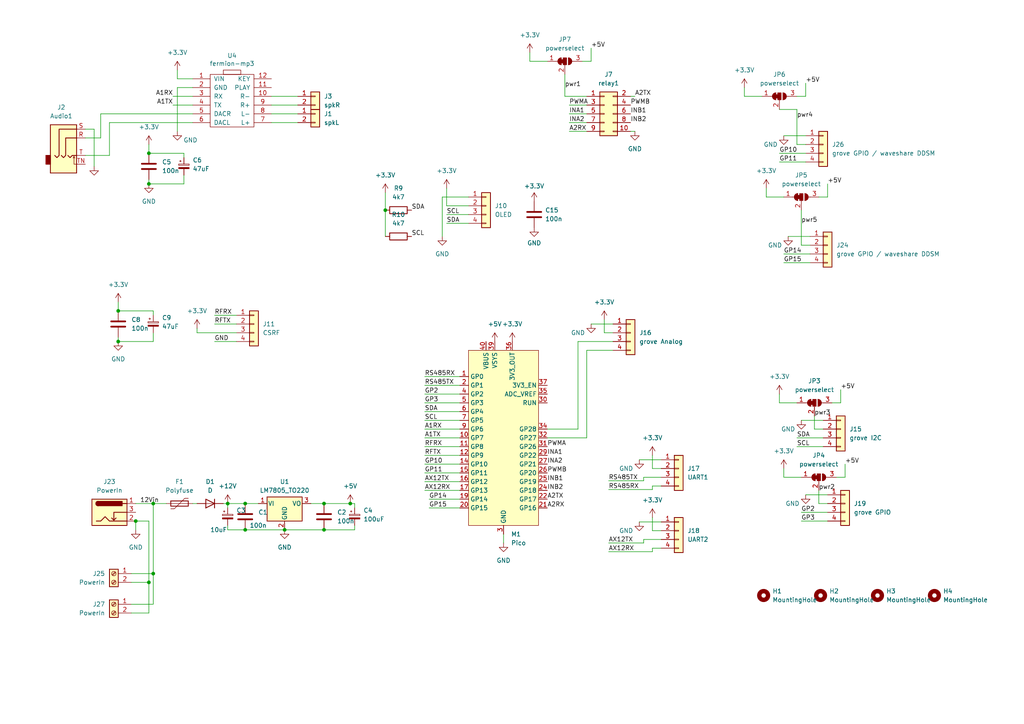
<source format=kicad_sch>
(kicad_sch (version 20250114) (generator "eeschema") (generator_version "9.0")
  (paper "A4")
  (lib_symbols
    (symbol "Connector:Barrel_Jack_Switch" (pin_names (hide yes))
      (property "Reference" "J" (at 0 5.334 0))
      (property "Value" "Barrel_Jack_Switch" (at 0 -5.08 0))
      (symbol "Barrel_Jack_Switch_0_1"
        (rectangle (start -5.08 3.81) (end 5.08 -3.81) (stroke (width 0.254)) (fill (type background)))
        (polyline (pts (xy -3.81 -2.54) (xy -2.54 -2.54) (xy -1.27 -1.27) (xy 0 -2.54) (xy 2.54 -2.54) (xy 5.08 -2.54)) (stroke (width 0.254)))
        (arc (start -3.302 1.905) (mid -3.9343 2.54) (end -3.302 3.175) (stroke (width 0.254)))
        (arc (start -3.302 1.905) (mid -3.9343 2.54) (end -3.302 3.175) (stroke (width 0.254)) (fill (type outline)))
        (polyline (pts (xy 1.27 -2.286) (xy 1.905 -1.651)) (stroke (width 0.254)))
        (rectangle (start 3.683 3.175) (end -3.302 1.905) (stroke (width 0.254)) (fill (type outline)))
        (polyline (pts (xy 5.08 2.54) (xy 3.81 2.54)) (stroke (width 0.254)))
        (polyline (pts (xy 5.08 0) (xy 1.27 0) (xy 1.27 -2.286) (xy 0.635 -1.651)) (stroke (width 0.254)))
      )
      (symbol "Barrel_Jack_Switch_1_1"
        (pin passive line (at 7.62 2.54 180) (length 2.54) (name "~") (number "1"))
        (pin passive line (at 7.62 0 180) (length 2.54) (name "~") (number "3"))
        (pin passive line (at 7.62 -2.54 180) (length 2.54) (name "~") (number "2"))
      )
    )
    (symbol "Connector:Screw_Terminal_01x02" (pin_names (offset 1.016) (hide yes))
      (property "Reference" "J" (at 0 2.54 0))
      (property "Value" "Screw_Terminal_01x02" (at 0 -5.08 0))
      (symbol "Screw_Terminal_01x02_1_1"
        (rectangle (start -1.27 1.27) (end 1.27 -3.81) (stroke (width 0.254)) (fill (type background)))
        (polyline (pts (xy -0.5334 0.3302) (xy 0.3302 -0.508)) (stroke (width 0.1524)))
        (polyline (pts (xy -0.5334 -2.2098) (xy 0.3302 -3.048)) (stroke (width 0.1524)))
        (polyline (pts (xy -0.3556 0.508) (xy 0.508 -0.3302)) (stroke (width 0.1524)))
        (polyline (pts (xy -0.3556 -2.032) (xy 0.508 -2.8702)) (stroke (width 0.1524)))
        (circle (center 0 0) (radius 0.635) (stroke (width 0.1524)))
        (circle (center 0 -2.54) (radius 0.635) (stroke (width 0.1524)))
        (pin passive line (at -5.08 0 0) (length 3.81) (name "Pin_1") (number "1"))
        (pin passive line (at -5.08 -2.54 0) (length 3.81) (name "Pin_2") (number "2"))
      )
    )
    (symbol "Connector_Audio:AudioJack3_SwitchT"
      (property "Reference" "J" (at 0 8.89 0))
      (property "Value" "AudioJack3_SwitchT" (at 0 6.35 0))
      (symbol "AudioJack3_SwitchT_0_1"
        (rectangle (start -5.08 -5.08) (end -6.35 -7.62) (stroke (width 0.254)) (fill (type outline)))
        (polyline (pts (xy -1.905 -5.08) (xy -1.27 -5.715) (xy -0.635 -5.08) (xy -0.635 0) (xy 2.54 0)) (stroke (width 0.254)))
        (polyline (pts (xy 0 -5.08) (xy 0.635 -5.715) (xy 1.27 -5.08) (xy 2.54 -5.08)) (stroke (width 0.254)))
        (polyline (pts (xy 1.778 -5.334) (xy 2.032 -5.842)))
        (rectangle (start 2.54 3.81) (end -5.08 -10.16) (stroke (width 0.254)) (fill (type background)))
        (polyline (pts (xy 2.54 2.54) (xy -2.54 2.54) (xy -2.54 -5.08) (xy -3.175 -5.715) (xy -3.81 -5.08)) (stroke (width 0.254)))
        (polyline (pts (xy 2.54 -7.62) (xy 1.778 -7.62) (xy 1.778 -5.334) (xy 1.524 -5.842)))
      )
      (symbol "AudioJack3_SwitchT_1_1"
        (pin passive line (at 5.08 2.54 180) (length 2.54) (name "~") (number "S"))
        (pin passive line (at 5.08 0 180) (length 2.54) (name "~") (number "R"))
        (pin passive line (at 5.08 -5.08 180) (length 2.54) (name "~") (number "T"))
        (pin passive line (at 5.08 -7.62 180) (length 2.54) (name "~") (number "TN"))
      )
    )
    (symbol "Connector_Generic:Conn_01x02" (pin_names (offset 1.016) (hide yes))
      (property "Reference" "J" (at 0 2.54 0))
      (property "Value" "Conn_01x02" (at 0 -5.08 0))
      (symbol "Conn_01x02_1_1"
        (rectangle (start -1.27 1.27) (end 1.27 -3.81) (stroke (width 0.254)) (fill (type background)))
        (rectangle (start -1.27 0.127) (end 0 -0.127) (stroke (width 0.1524)))
        (rectangle (start -1.27 -2.413) (end 0 -2.667) (stroke (width 0.1524)))
        (pin passive line (at -5.08 0 0) (length 3.81) (name "Pin_1") (number "1"))
        (pin passive line (at -5.08 -2.54 0) (length 3.81) (name "Pin_2") (number "2"))
      )
    )
    (symbol "Connector_Generic:Conn_01x04" (pin_names (offset 1.016) (hide yes))
      (property "Reference" "J" (at 0 5.08 0))
      (property "Value" "Conn_01x04" (at 0 -7.62 0))
      (symbol "Conn_01x04_1_1"
        (rectangle (start -1.27 3.81) (end 1.27 -6.35) (stroke (width 0.254)) (fill (type background)))
        (rectangle (start -1.27 2.667) (end 0 2.413) (stroke (width 0.1524)))
        (rectangle (start -1.27 0.127) (end 0 -0.127) (stroke (width 0.1524)))
        (rectangle (start -1.27 -2.413) (end 0 -2.667) (stroke (width 0.1524)))
        (rectangle (start -1.27 -4.953) (end 0 -5.207) (stroke (width 0.1524)))
        (pin passive line (at -5.08 2.54 0) (length 3.81) (name "Pin_1") (number "1"))
        (pin passive line (at -5.08 0 0) (length 3.81) (name "Pin_2") (number "2"))
        (pin passive line (at -5.08 -2.54 0) (length 3.81) (name "Pin_3") (number "3"))
        (pin passive line (at -5.08 -5.08 0) (length 3.81) (name "Pin_4") (number "4"))
      )
    )
    (symbol "Connector_Generic:Conn_02x05_Odd_Even" (pin_names (offset 1.016) (hide yes))
      (property "Reference" "J" (at 1.27 7.62 0))
      (property "Value" "Conn_02x05_Odd_Even" (at 1.27 -7.62 0))
      (symbol "Conn_02x05_Odd_Even_1_1"
        (rectangle (start -1.27 6.35) (end 3.81 -6.35) (stroke (width 0.254)) (fill (type background)))
        (rectangle (start -1.27 5.207) (end 0 4.953) (stroke (width 0.1524)))
        (rectangle (start -1.27 2.667) (end 0 2.413) (stroke (width 0.1524)))
        (rectangle (start -1.27 0.127) (end 0 -0.127) (stroke (width 0.1524)))
        (rectangle (start -1.27 -2.413) (end 0 -2.667) (stroke (width 0.1524)))
        (rectangle (start -1.27 -4.953) (end 0 -5.207) (stroke (width 0.1524)))
        (rectangle (start 3.81 5.207) (end 2.54 4.953) (stroke (width 0.1524)))
        (rectangle (start 3.81 2.667) (end 2.54 2.413) (stroke (width 0.1524)))
        (rectangle (start 3.81 0.127) (end 2.54 -0.127) (stroke (width 0.1524)))
        (rectangle (start 3.81 -2.413) (end 2.54 -2.667) (stroke (width 0.1524)))
        (rectangle (start 3.81 -4.953) (end 2.54 -5.207) (stroke (width 0.1524)))
        (pin passive line (at -5.08 5.08 0) (length 3.81) (name "Pin_1") (number "1"))
        (pin passive line (at -5.08 2.54 0) (length 3.81) (name "Pin_3") (number "3"))
        (pin passive line (at -5.08 0 0) (length 3.81) (name "Pin_5") (number "5"))
        (pin passive line (at -5.08 -2.54 0) (length 3.81) (name "Pin_7") (number "7"))
        (pin passive line (at -5.08 -5.08 0) (length 3.81) (name "Pin_9") (number "9"))
        (pin passive line (at 7.62 5.08 180) (length 3.81) (name "Pin_2") (number "2"))
        (pin passive line (at 7.62 2.54 180) (length 3.81) (name "Pin_4") (number "4"))
        (pin passive line (at 7.62 0 180) (length 3.81) (name "Pin_6") (number "6"))
        (pin passive line (at 7.62 -2.54 180) (length 3.81) (name "Pin_8") (number "8"))
        (pin passive line (at 7.62 -5.08 180) (length 3.81) (name "Pin_10") (number "10"))
      )
    )
    (symbol "Device:C" (pin_numbers (hide yes)) (pin_names (offset 0.254))
      (property "Reference" "C" (at 0.635 2.54 0))
      (property "Value" "C" (at 0.635 -2.54 0))
      (symbol "C_0_1"
        (polyline (pts (xy -2.032 0.762) (xy 2.032 0.762)) (stroke (width 0.508)))
        (polyline (pts (xy -2.032 -0.762) (xy 2.032 -0.762)) (stroke (width 0.508)))
      )
      (symbol "C_1_1"
        (pin passive line (at 0 3.81 270) (length 2.794) (name "~") (number "1"))
        (pin passive line (at 0 -3.81 90) (length 2.794) (name "~") (number "2"))
      )
    )
    (symbol "Device:C_Polarized_Small" (pin_numbers (hide yes)) (pin_names (offset 0.254) (hide yes))
      (property "Reference" "C" (at 0.254 1.778 0))
      (property "Value" "C_Polarized_Small" (at 0.254 -2.032 0))
      (symbol "C_Polarized_Small_0_1"
        (rectangle (start -1.524 0.6858) (end 1.524 0.3048))
        (rectangle (start -1.524 -0.3048) (end 1.524 -0.6858) (fill (type outline)))
        (polyline (pts (xy -1.27 1.524) (xy -0.762 1.524)))
        (polyline (pts (xy -1.016 1.27) (xy -1.016 1.778)))
      )
      (symbol "C_Polarized_Small_1_1"
        (pin passive line (at 0 2.54 270) (length 1.8542) (name "~") (number "1"))
        (pin passive line (at 0 -2.54 90) (length 1.8542) (name "~") (number "2"))
      )
    )
    (symbol "Device:D" (pin_numbers (hide yes)) (pin_names (offset 1.016) (hide yes))
      (property "Reference" "D" (at 0 2.54 0))
      (property "Value" "D" (at 0 -2.54 0))
      (symbol "D_0_1"
        (polyline (pts (xy -1.27 1.27) (xy -1.27 -1.27)) (stroke (width 0.254)))
        (polyline (pts (xy 1.27 1.27) (xy 1.27 -1.27) (xy -1.27 0) (xy 1.27 1.27)) (stroke (width 0.254)))
        (polyline (pts (xy 1.27 0) (xy -1.27 0)))
      )
      (symbol "D_1_1"
        (pin passive line (at -3.81 0 0) (length 2.54) (name "K") (number "1"))
        (pin passive line (at 3.81 0 180) (length 2.54) (name "A") (number "2"))
      )
    )
    (symbol "Device:Polyfuse" (pin_numbers (hide yes)) (pin_names (offset 0))
      (property "Reference" "F" (at -2.54 0 90))
      (property "Value" "Polyfuse" (at 2.54 0 90))
      (symbol "Polyfuse_0_1"
        (polyline (pts (xy -1.524 2.54) (xy -1.524 1.524) (xy 1.524 -1.524) (xy 1.524 -2.54)))
        (rectangle (start -0.762 2.54) (end 0.762 -2.54) (stroke (width 0.254)))
        (polyline (pts (xy 0 2.54) (xy 0 -2.54)))
      )
      (symbol "Polyfuse_1_1"
        (pin passive line (at 0 3.81 270) (length 1.27) (name "~") (number "1"))
        (pin passive line (at 0 -3.81 90) (length 1.27) (name "~") (number "2"))
      )
    )
    (symbol "Device:R" (pin_numbers (hide yes)) (pin_names (offset 0))
      (property "Reference" "R" (at 2.032 0 90))
      (property "Value" "R" (at 0 0 90))
      (symbol "R_0_1"
        (rectangle (start -1.016 -2.54) (end 1.016 2.54) (stroke (width 0.254)))
      )
      (symbol "R_1_1"
        (pin passive line (at 0 3.81 270) (length 1.27) (name "~") (number "1"))
        (pin passive line (at 0 -3.81 90) (length 1.27) (name "~") (number "2"))
      )
    )
    (symbol "Jumper:SolderJumper_3_Bridged12" (pin_names (offset 0) (hide yes)) (in_bom no)
      (property "Reference" "JP" (at -2.54 -2.54 0))
      (property "Value" "SolderJumper_3_Bridged12" (at 0 2.794 0))
      (symbol "SolderJumper_3_Bridged12_0_1"
        (polyline (pts (xy -2.54 0) (xy -2.032 0)))
        (polyline (pts (xy -1.016 1.016) (xy -1.016 -1.016)))
        (rectangle (start -1.016 0.508) (end -0.508 -0.508) (fill (type outline)))
        (arc (start -1.016 -1.016) (mid -2.0276 0) (end -1.016 1.016))
        (arc (start -1.016 -1.016) (mid -2.0276 0) (end -1.016 1.016) (fill (type outline)))
        (rectangle (start -0.508 1.016) (end 0.508 -1.016) (fill (type outline)))
        (polyline (pts (xy 0 -1.27) (xy 0 -1.016)))
        (arc (start 1.016 1.016) (mid 2.0276 0) (end 1.016 -1.016))
        (arc (start 1.016 1.016) (mid 2.0276 0) (end 1.016 -1.016) (fill (type outline)))
        (polyline (pts (xy 1.016 1.016) (xy 1.016 -1.016)))
        (polyline (pts (xy 2.54 0) (xy 2.032 0)))
      )
      (symbol "SolderJumper_3_Bridged12_1_1"
        (pin passive line (at -5.08 0 0) (length 2.54) (name "A") (number "1"))
        (pin passive line (at 0 -3.81 90) (length 2.54) (name "C") (number "2"))
        (pin passive line (at 5.08 0 180) (length 2.54) (name "B") (number "3"))
      )
    )
    (symbol "Mechanical:MountingHole" (pin_names (offset 1.016))
      (property "Reference" "H" (at 0 5.08 0))
      (property "Value" "MountingHole" (at 0 3.175 0))
      (symbol "MountingHole_0_1"
        (circle (center 0 0) (radius 1.27) (stroke (width 1.27)))
      )
    )
    (symbol "Regulator_Linear:LM7805_TO220" (pin_names (offset 0.254))
      (property "Reference" "U" (at -3.81 3.175 0))
      (property "Value" "LM7805_TO220" (at 0 3.175 0))
      (symbol "LM7805_TO220_0_1"
        (rectangle (start -5.08 1.905) (end 5.08 -5.08) (stroke (width 0.254)) (fill (type background)))
      )
      (symbol "LM7805_TO220_1_1"
        (pin power_in line (at -7.62 0 0) (length 2.54) (name "VI") (number "1"))
        (pin power_in line (at 0 -7.62 90) (length 2.54) (name "GND") (number "2"))
        (pin power_out line (at 7.62 0 180) (length 2.54) (name "VO") (number "3"))
      )
    )
    (symbol "board-rescue:fermion-mp3-arduino" (pin_names (offset 1.016))
      (property "Reference" "U" (at 0 0 0))
      (property "Value" "arduino_fermion-mp3" (at 0 0 0))
      (symbol "fermion-mp3-arduino_0_1"
        (rectangle (start 0 -2.54) (end 12.7 -17.78))
        (rectangle (start 3.81 -1.27) (end 8.89 -2.54))
      )
      (symbol "fermion-mp3-arduino_1_1"
        (pin input line (at -5.08 -3.81 0) (length 5.08) (name "VIN") (number "1"))
        (pin input line (at -5.08 -6.35 0) (length 5.08) (name "GND") (number "2"))
        (pin input line (at -5.08 -8.89 0) (length 5.08) (name "RX") (number "3"))
        (pin input line (at -5.08 -11.43 0) (length 5.08) (name "TX") (number "4"))
        (pin input line (at -5.08 -13.97 0) (length 5.08) (name "DACR") (number "5"))
        (pin input line (at -5.08 -16.51 0) (length 5.08) (name "DACL") (number "6"))
        (pin input line (at 17.78 -3.81 180) (length 5.08) (name "KEY") (number "12"))
        (pin input line (at 17.78 -6.35 180) (length 5.08) (name "PLAY") (number "11"))
        (pin input line (at 17.78 -8.89 180) (length 5.08) (name "R-") (number "10"))
        (pin input line (at 17.78 -11.43 180) (length 5.08) (name "R+") (number "9"))
        (pin input line (at 17.78 -13.97 180) (length 5.08) (name "L-") (number "8"))
        (pin input line (at 17.78 -16.51 180) (length 5.08) (name "L+") (number "7"))
      )
    )
    (symbol "fab:Module_RaspberryPi_PicoW_Combined"
      (property "Reference" "M" (at 0 0 0))
      (property "Value" "Module_RaspberryPi_PicoW_Combined" (at 0 0 0))
      (symbol "Module_RaspberryPi_PicoW_Combined_1_1"
        (rectangle (start -10.16 25.4) (end 10.16 -25.4) (fill (type background)))
        (pin bidirectional line (at -12.7 17.78 0) (length 2.54) (name "GP0") (number "1"))
        (pin bidirectional line (at -12.7 15.24 0) (length 2.54) (name "GP1") (number "2"))
        (pin bidirectional line (at -12.7 12.7 0) (length 2.54) (name "GP2") (number "4"))
        (pin bidirectional line (at -12.7 10.16 0) (length 2.54) (name "GP3") (number "5"))
        (pin bidirectional line (at -12.7 7.62 0) (length 2.54) (name "GP4") (number "6"))
        (pin bidirectional line (at -12.7 5.08 0) (length 2.54) (name "GP5") (number "7"))
        (pin bidirectional line (at -12.7 2.54 0) (length 2.54) (name "GP6") (number "9"))
        (pin bidirectional line (at -12.7 0 0) (length 2.54) (name "GP7") (number "10"))
        (pin bidirectional line (at -12.7 -2.54 0) (length 2.54) (name "GP8") (number "11"))
        (pin bidirectional line (at -12.7 -5.08 0) (length 2.54) (name "GP9") (number "12"))
        (pin bidirectional line (at -12.7 -7.62 0) (length 2.54) (name "GP10") (number "14"))
        (pin bidirectional line (at -12.7 -10.16 0) (length 2.54) (name "GP11") (number "15"))
        (pin bidirectional line (at -12.7 -12.7 0) (length 2.54) (name "GP12") (number "16"))
        (pin bidirectional line (at -12.7 -15.24 0) (length 2.54) (name "GP13") (number "17"))
        (pin bidirectional line (at -12.7 -17.78 0) (length 2.54) (name "GP14") (number "19"))
        (pin bidirectional line (at -12.7 -20.32 0) (length 2.54) (name "GP15") (number "20"))
        (pin power_in line (at -5.08 27.94 270) (length 2.54) (name "VBUS") (number "40"))
        (pin power_in line (at -2.54 27.94 270) (length 2.54) (name "VSYS") (number "39"))
        (pin passive line (at 0 -27.94 90) (length 2.54) (hide yes) (name "GND") (number "13"))
        (pin passive line (at 0 -27.94 90) (length 2.54) (hide yes) (name "GND") (number "18"))
        (pin passive line (at 0 -27.94 90) (length 2.54) (hide yes) (name "GND") (number "23"))
        (pin passive line (at 0 -27.94 90) (length 2.54) (hide yes) (name "GND") (number "28"))
        (pin power_in line (at 0 -27.94 90) (length 2.54) (name "GND") (number "3"))
        (pin passive line (at 0 -27.94 90) (length 2.54) (hide yes) (name "GND") (number "33"))
        (pin passive line (at 0 -27.94 90) (length 2.54) (hide yes) (name "GND") (number "38"))
        (pin passive line (at 0 -27.94 90) (length 2.54) (hide yes) (name "GND") (number "8"))
        (pin power_in line (at 2.54 27.94 270) (length 2.54) (name "3V3_OUT") (number "36"))
        (pin input line (at 12.7 15.24 180) (length 2.54) (name "3V3_EN") (number "37"))
        (pin input line (at 12.7 12.7 180) (length 2.54) (name "ADC_VREF") (number "35"))
        (pin input line (at 12.7 10.16 180) (length 2.54) (name "RUN") (number "30"))
        (pin bidirectional line (at 12.7 2.54 180) (length 2.54) (name "GP28") (number "34"))
        (pin bidirectional line (at 12.7 0 180) (length 2.54) (name "GP27") (number "32"))
        (pin bidirectional line (at 12.7 -2.54 180) (length 2.54) (name "GP26") (number "31"))
        (pin bidirectional line (at 12.7 -5.08 180) (length 2.54) (name "GP22") (number "29"))
        (pin bidirectional line (at 12.7 -7.62 180) (length 2.54) (name "GP21") (number "27"))
        (pin bidirectional line (at 12.7 -10.16 180) (length 2.54) (name "GP20") (number "26"))
        (pin bidirectional line (at 12.7 -12.7 180) (length 2.54) (name "GP19") (number "25"))
        (pin bidirectional line (at 12.7 -15.24 180) (length 2.54) (name "GP18") (number "24"))
        (pin bidirectional line (at 12.7 -17.78 180) (length 2.54) (name "GP17") (number "22"))
        (pin bidirectional line (at 12.7 -20.32 180) (length 2.54) (name "GP16") (number "21"))
      )
    )
    (symbol "power:+12V" (power) (pin_names (offset 0))
      (property "Value" "+12V" (at 0 3.556 0))
      (symbol "+12V_0_1"
        (polyline (pts (xy -0.762 1.27) (xy 0 2.54)))
        (polyline (pts (xy 0 2.54) (xy 0.762 1.27)))
        (polyline (pts (xy 0 0) (xy 0 2.54)))
      )
      (symbol "+12V_1_1"
        (pin power_in line (at 0 0 90) (length 0) (hide yes) (name "+12V") (number "1"))
      )
    )
    (symbol "power:+3.3V" (power) (pin_names (offset 0))
      (property "Value" "+3.3V" (at 0 3.556 0))
      (symbol "+3.3V_0_1"
        (polyline (pts (xy -0.762 1.27) (xy 0 2.54)))
        (polyline (pts (xy 0 2.54) (xy 0.762 1.27)))
        (polyline (pts (xy 0 0) (xy 0 2.54)))
      )
      (symbol "+3.3V_1_1"
        (pin power_in line (at 0 0 90) (length 0) (hide yes) (name "+3.3V") (number "1"))
      )
    )
    (symbol "power:+5V" (power) (pin_names (offset 0))
      (property "Value" "+5V" (at 0 3.556 0))
      (symbol "+5V_0_1"
        (polyline (pts (xy -0.762 1.27) (xy 0 2.54)))
        (polyline (pts (xy 0 2.54) (xy 0.762 1.27)))
        (polyline (pts (xy 0 0) (xy 0 2.54)))
      )
      (symbol "+5V_1_1"
        (pin power_in line (at 0 0 90) (length 0) (hide yes) (name "+5V") (number "1"))
      )
    )
    (symbol "power:GND" (power) (pin_names (offset 0))
      (property "Value" "GND" (at 0 -3.81 0))
      (symbol "GND_0_1"
        (polyline (pts (xy 0 0) (xy 0 -1.27) (xy 1.27 -1.27) (xy 0 -2.54) (xy -1.27 -1.27) (xy 0 -1.27)))
      )
      (symbol "GND_1_1"
        (pin power_in line (at 0 0 270) (length 0) (hide yes) (name "GND") (number "1"))
      )
    )
  )
  (junction (at 71.12 146.05))
  (junction (at 66.04 146.05))
  (junction (at 44.45 146.05))
  (junction (at 44.45 166.37))
  (junction (at 34.29 90.17))
  (junction (at 71.12 153.67))
  (junction (at 39.37 151.13))
  (junction (at 82.55 153.67))
  (junction (at 43.18 44.45))
  (junction (at 34.29 99.06))
  (junction (at 93.98 153.67))
  (junction (at 93.98 146.05))
  (junction (at 111.76 60.96))
  (junction (at 43.18 168.91))
  (junction (at 101.6 146.05))
  (junction (at 43.18 53.34))
  (wire (pts (xy 24.765 40.005) (xy 29.21 40.005)))
  (wire (pts (xy 245.11 134.62) (xy 245.11 138.43)))
  (wire (pts (xy 165.1 38.1) (xy 170.18 38.1)))
  (wire (pts (xy 186.69 138.43) (xy 191.77 138.43)))
  (wire (pts (xy 231.14 129.54) (xy 238.76 129.54)))
  (wire (pts (xy 189.23 159.004) (xy 191.77 159.004)))
  (wire (pts (xy 177.8 96.52) (xy 175.26 96.52)))
  (wire (pts (xy 185.42 151.384) (xy 191.77 151.384)))
  (wire (pts (xy 163.83 27.94) (xy 163.83 21.59)))
  (wire (pts (xy 236.22 120.65) (xy 236.22 124.46)))
  (wire (pts (xy 43.18 41.91) (xy 43.18 44.45)))
  (wire (pts (xy 189.23 140.97) (xy 189.23 141.986)))
  (wire (pts (xy 66.04 152.4) (xy 66.04 153.67)))
  (wire (pts (xy 175.26 92.71) (xy 175.26 96.52)))
  (wire (pts (xy 243.84 116.84) (xy 241.3 116.84)))
  (wire (pts (xy 44.45 99.06) (xy 44.45 96.52)))
  (wire (pts (xy 43.18 177.8) (xy 43.18 168.91)))
  (wire (pts (xy 222.25 54.61) (xy 222.25 57.15)))
  (wire (pts (xy 240.03 57.15) (xy 237.49 57.15)))
  (wire (pts (xy 57.15 96.52) (xy 57.15 95.25)))
  (wire (pts (xy 123.19 137.16) (xy 133.35 137.16)))
  (wire (pts (xy 38.1 168.91) (xy 43.18 168.91)))
  (wire (pts (xy 135.89 57.15) (xy 128.27 57.15)))
  (wire (pts (xy 62.23 99.06) (xy 68.58 99.06)))
  (wire (pts (xy 191.77 153.924) (xy 189.23 153.924)))
  (wire (pts (xy 43.18 53.34) (xy 53.34 53.34)))
  (wire (pts (xy 237.49 142.24) (xy 237.49 146.05)))
  (wire (pts (xy 123.19 119.38) (xy 133.35 119.38)))
  (wire (pts (xy 31.75 35.56) (xy 55.88 35.56)))
  (wire (pts (xy 227.33 76.2) (xy 234.95 76.2)))
  (wire (pts (xy 231.14 31.75) (xy 231.14 41.91)))
  (wire (pts (xy 44.45 146.05) (xy 48.26 146.05)))
  (wire (pts (xy 227.33 135.89) (xy 227.33 138.43)))
  (wire (pts (xy 233.68 27.94) (xy 231.14 27.94)))
  (wire (pts (xy 34.29 90.17) (xy 44.45 90.17)))
  (wire (pts (xy 238.76 124.46) (xy 236.22 124.46)))
  (wire (pts (xy 226.06 31.75) (xy 231.14 31.75)))
  (wire (pts (xy 101.6 146.05) (xy 93.98 146.05)))
  (wire (pts (xy 123.19 134.62) (xy 133.35 134.62)))
  (wire (pts (xy 233.68 24.13) (xy 233.68 27.94)))
  (wire (pts (xy 227.33 39.37) (xy 233.68 39.37)))
  (wire (pts (xy 111.76 55.88) (xy 111.76 60.96)))
  (wire (pts (xy 124.46 144.78) (xy 133.35 144.78)))
  (wire (pts (xy 189.23 132.08) (xy 189.23 135.89)))
  (wire (pts (xy 124.46 147.32) (xy 133.35 147.32)))
  (wire (pts (xy 189.23 159.004) (xy 189.23 160.02)))
  (wire (pts (xy 57.15 96.52) (xy 68.58 96.52)))
  (wire (pts (xy 86.36 35.56) (xy 78.74 35.56)))
  (wire (pts (xy 167.64 99.06) (xy 177.8 99.06)))
  (wire (pts (xy 123.19 142.24) (xy 133.35 142.24)))
  (wire (pts (xy 38.1 177.8) (xy 43.18 177.8)))
  (wire (pts (xy 123.19 127) (xy 133.35 127)))
  (wire (pts (xy 55.88 146.05) (xy 57.15 146.05)))
  (wire (pts (xy 184.15 27.94) (xy 182.88 27.94)))
  (wire (pts (xy 43.18 168.91) (xy 43.18 151.13)))
  (wire (pts (xy 44.45 175.26) (xy 38.1 175.26)))
  (wire (pts (xy 102.87 146.05) (xy 101.6 146.05)))
  (wire (pts (xy 226.06 114.3) (xy 226.06 116.84)))
  (wire (pts (xy 226.06 116.84) (xy 231.14 116.84)))
  (wire (pts (xy 39.37 151.13) (xy 43.18 151.13)))
  (wire (pts (xy 34.29 97.79) (xy 34.29 99.06)))
  (wire (pts (xy 44.45 166.37) (xy 44.45 175.26)))
  (wire (pts (xy 123.19 114.3) (xy 133.35 114.3)))
  (wire (pts (xy 215.9 25.4) (xy 215.9 27.94)))
  (wire (pts (xy 39.37 146.05) (xy 44.45 146.05)))
  (wire (pts (xy 240.03 146.05) (xy 237.49 146.05)))
  (wire (pts (xy 34.29 87.63) (xy 34.29 90.17)))
  (wire (pts (xy 123.19 139.7) (xy 133.35 139.7)))
  (wire (pts (xy 102.87 153.67) (xy 102.87 152.4)))
  (wire (pts (xy 62.23 93.98) (xy 68.58 93.98)))
  (wire (pts (xy 231.14 127) (xy 238.76 127)))
  (wire (pts (xy 39.37 151.13) (xy 39.37 153.67)))
  (wire (pts (xy 29.21 33.02) (xy 55.88 33.02)))
  (wire (pts (xy 170.18 127) (xy 158.75 127)))
  (wire (pts (xy 243.84 113.03) (xy 243.84 116.84)))
  (wire (pts (xy 232.41 121.92) (xy 238.76 121.92)))
  (wire (pts (xy 189.23 150.114) (xy 189.23 153.924)))
  (wire (pts (xy 185.42 133.35) (xy 191.77 133.35)))
  (wire (pts (xy 158.75 124.46) (xy 167.64 124.46)))
  (wire (pts (xy 232.41 151.13) (xy 240.03 151.13)))
  (wire (pts (xy 34.29 99.06) (xy 44.45 99.06)))
  (wire (pts (xy 186.69 156.464) (xy 186.69 157.48)))
  (wire (pts (xy 189.23 140.97) (xy 191.77 140.97)))
  (wire (pts (xy 62.23 91.44) (xy 68.58 91.44)))
  (wire (pts (xy 232.41 71.12) (xy 234.95 71.12)))
  (wire (pts (xy 66.04 146.05) (xy 66.04 147.32)))
  (wire (pts (xy 82.55 153.67) (xy 93.98 153.67)))
  (wire (pts (xy 123.19 124.46) (xy 133.35 124.46)))
  (wire (pts (xy 146.05 154.94) (xy 146.05 157.48)))
  (wire (pts (xy 191.77 135.89) (xy 189.23 135.89)))
  (wire (pts (xy 189.23 141.986) (xy 176.53 141.986)))
  (wire (pts (xy 189.23 160.02) (xy 176.53 160.02)))
  (wire (pts (xy 38.1 166.37) (xy 44.45 166.37)))
  (wire (pts (xy 29.21 33.02) (xy 29.21 40.005)))
  (wire (pts (xy 123.19 116.84) (xy 133.35 116.84)))
  (wire (pts (xy 93.98 153.67) (xy 102.87 153.67)))
  (wire (pts (xy 71.12 146.05) (xy 74.93 146.05)))
  (wire (pts (xy 86.36 30.48) (xy 78.74 30.48)))
  (wire (pts (xy 128.27 57.15) (xy 128.27 68.58)))
  (wire (pts (xy 51.435 38.1) (xy 51.435 25.4)))
  (wire (pts (xy 233.68 143.51) (xy 240.03 143.51)))
  (wire (pts (xy 232.41 148.59) (xy 240.03 148.59)))
  (wire (pts (xy 111.76 60.96) (xy 111.76 68.58)))
  (wire (pts (xy 55.88 30.48) (xy 50.165 30.48)))
  (wire (pts (xy 129.54 64.77) (xy 135.89 64.77)))
  (wire (pts (xy 86.36 33.02) (xy 78.74 33.02)))
  (wire (pts (xy 44.45 90.17) (xy 44.45 91.44)))
  (wire (pts (xy 171.45 17.78) (xy 168.91 17.78)))
  (wire (pts (xy 135.89 59.69) (xy 129.54 59.69)))
  (wire (pts (xy 171.45 93.98) (xy 177.8 93.98)))
  (wire (pts (xy 170.18 101.6) (xy 177.8 101.6)))
  (wire (pts (xy 165.1 33.02) (xy 170.18 33.02)))
  (wire (pts (xy 53.34 53.34) (xy 53.34 50.8)))
  (wire (pts (xy 232.41 60.96) (xy 232.41 71.12)))
  (wire (pts (xy 123.19 132.08) (xy 133.35 132.08)))
  (wire (pts (xy 123.19 111.76) (xy 133.35 111.76)))
  (wire (pts (xy 186.69 157.48) (xy 176.53 157.48)))
  (wire (pts (xy 167.64 124.46) (xy 167.64 99.06)))
  (wire (pts (xy 71.12 153.67) (xy 82.55 153.67)))
  (wire (pts (xy 231.14 41.91) (xy 233.68 41.91)))
  (wire (pts (xy 66.04 153.67) (xy 71.12 153.67)))
  (wire (pts (xy 53.34 44.45) (xy 53.34 45.72)))
  (wire (pts (xy 55.88 22.86) (xy 51.435 22.86)))
  (wire (pts (xy 129.54 62.23) (xy 135.89 62.23)))
  (wire (pts (xy 123.19 121.92) (xy 133.35 121.92)))
  (wire (pts (xy 55.88 27.94) (xy 50.165 27.94)))
  (wire (pts (xy 55.88 25.4) (xy 51.435 25.4)))
  (wire (pts (xy 24.765 45.085) (xy 31.75 45.085)))
  (wire (pts (xy 43.18 44.45) (xy 53.34 44.45)))
  (wire (pts (xy 44.45 166.37) (xy 44.45 146.05)))
  (wire (pts (xy 245.11 138.43) (xy 242.57 138.43)))
  (wire (pts (xy 228.6 68.58) (xy 234.95 68.58)))
  (wire (pts (xy 31.75 35.56) (xy 31.75 45.085)))
  (wire (pts (xy 129.54 54.61) (xy 129.54 59.69)))
  (wire (pts (xy 43.18 52.07) (xy 43.18 53.34)))
  (wire (pts (xy 170.18 101.6) (xy 170.18 127)))
  (wire (pts (xy 27.305 37.465) (xy 27.305 48.26)))
  (wire (pts (xy 171.45 13.97) (xy 171.45 17.78)))
  (wire (pts (xy 186.69 156.464) (xy 191.77 156.464)))
  (wire (pts (xy 66.04 146.05) (xy 71.12 146.05)))
  (wire (pts (xy 186.69 139.446) (xy 176.53 139.446)))
  (wire (pts (xy 123.19 129.54) (xy 133.35 129.54)))
  (wire (pts (xy 227.33 73.66) (xy 234.95 73.66)))
  (wire (pts (xy 153.67 15.24) (xy 153.67 17.78)))
  (wire (pts (xy 186.69 138.43) (xy 186.69 139.446)))
  (wire (pts (xy 102.87 147.32) (xy 102.87 146.05)))
  (wire (pts (xy 165.1 30.48) (xy 170.18 30.48)))
  (wire (pts (xy 24.765 37.465) (xy 27.305 37.465)))
  (wire (pts (xy 215.9 27.94) (xy 220.98 27.94)))
  (wire (pts (xy 182.88 38.1) (xy 184.15 38.1)))
  (wire (pts (xy 93.98 146.05) (xy 90.17 146.05)))
  (wire (pts (xy 153.67 17.78) (xy 158.75 17.78)))
  (wire (pts (xy 240.03 53.34) (xy 240.03 57.15)))
  (wire (pts (xy 226.06 46.99) (xy 233.68 46.99)))
  (wire (pts (xy 123.19 109.22) (xy 133.35 109.22)))
  (wire (pts (xy 163.83 27.94) (xy 170.18 27.94)))
  (wire (pts (xy 64.77 146.05) (xy 66.04 146.05)))
  (wire (pts (xy 227.33 138.43) (xy 232.41 138.43)))
  (wire (pts (xy 51.435 20.32) (xy 51.435 22.86)))
  (wire (pts (xy 222.25 57.15) (xy 227.33 57.15)))
  (wire (pts (xy 165.1 35.56) (xy 170.18 35.56)))
  (wire (pts (xy 86.36 27.94) (xy 78.74 27.94)))
  (wire (pts (xy 226.06 44.45) (xy 233.68 44.45)))
  (label "AX12RX" (at 123.19 142.24 0))
  (label "A2RX" (at 158.75 147.32 0))
  (label "GP14" (at 124.46 144.78 0))
  (label "SDA" (at 129.54 64.77 0))
  (label "SCL" (at 231.14 129.54 0))
  (label "pwr1" (at 163.83 25.4 0))
  (label "12Vin" (at 40.64 146.05 0))
  (label "A1TX" (at 123.19 127 0))
  (label "PWMA" (at 158.75 129.54 0))
  (label "GP2" (at 123.19 114.3 0))
  (label "PWMB" (at 158.75 137.16 0))
  (label "RS485RX" (at 176.53 141.986 0))
  (label "pwr2" (at 237.49 142.24 0))
  (label "RFRX" (at 62.23 91.44 0))
  (label "INA2" (at 158.75 134.62 0))
  (label "PWMB" (at 182.88 30.48 0))
  (label "GP14" (at 227.33 73.66 0))
  (label "A2RX" (at 165.1 38.1 0))
  (label "INB1" (at 182.88 33.02 0))
  (label "GP3" (at 232.41 151.13 0))
  (label "SDA" (at 119.38 60.96 0))
  (label "INA1" (at 165.1 33.02 0))
  (label "+5V" (at 171.45 13.97 0))
  (label "SCL" (at 119.38 68.58 0))
  (label "A1TX" (at 50.165 30.48 180))
  (label "AX12TX" (at 176.53 157.48 0))
  (label "INB2" (at 158.75 142.24 0))
  (label "RS485TX" (at 123.19 111.76 0))
  (label "GND" (at 62.23 99.06 0))
  (label "INA1" (at 158.75 132.08 0))
  (label "pwr5" (at 232.41 64.77 0))
  (label "AX12RX" (at 176.53 160.02 0))
  (label "GP10" (at 226.06 44.45 0))
  (label "INB2" (at 182.88 35.56 0))
  (label "A2TX" (at 184.15 27.94 0))
  (label "RFTX" (at 123.19 132.08 0))
  (label "GP15" (at 124.46 147.32 0))
  (label "GP3" (at 123.19 116.84 0))
  (label "RS485TX" (at 176.53 139.446 0))
  (label "SCL" (at 129.54 62.23 0))
  (label "SDA" (at 231.14 127 0))
  (label "GP11" (at 123.19 137.16 0))
  (label "SCL" (at 123.19 121.92 0))
  (label "pwr4" (at 231.14 34.29 0))
  (label "RS485RX" (at 123.19 109.22 0))
  (label "GP15" (at 227.33 76.2 0))
  (label "INB1" (at 158.75 139.7 0))
  (label "+5V" (at 245.11 134.62 0))
  (label "pwr3" (at 236.22 120.65 0))
  (label "+5V" (at 243.84 113.03 0))
  (label "AX12TX" (at 123.19 139.7 0))
  (label "INA2" (at 165.1 35.56 0))
  (label "+5V" (at 240.03 53.34 0))
  (label "GP2" (at 232.41 148.59 0))
  (label "RFTX" (at 62.23 93.98 0))
  (label "GP11" (at 226.06 46.99 0))
  (label "SDA" (at 123.19 119.38 0))
  (label "+5V" (at 233.68 24.13 0))
  (label "RFRX" (at 123.19 129.54 0))
  (label "A1RX" (at 123.19 124.46 0))
  (label "A1RX" (at 50.165 27.94 180))
  (label "GP10" (at 123.19 134.62 0))
  (label "A2TX" (at 158.75 144.78 0))
  (label "PWMA" (at 165.1 30.48 0))
  (symbol (lib_id "Device:C_Polarized_Small") (at 66.04 149.86 0) (unit 1)
    (property "Reference" "C3" (at 68.58 148.0439 0) (effects (justify left)))
    (property "Value" "10uF" (at 60.96 153.67 0) (effects (justify left)))
    (property "Footprint" "Capacitor_SMD:CP_Elec_4x5.4" (effects (hide yes)))
  )
  (symbol (lib_id "Connector:Screw_Terminal_01x02") (at 33.02 175.26 0) (mirror y) (unit 1)
    (property "Reference" "J27" (at 30.48 175.26 0) (effects (justify left)))
    (property "Value" "PowerIn" (at 30.48 177.8 0) (effects (justify left)))
    (property "Footprint" "fab:TerminalBlock_OnShore_1x02_P3.50mm_Horizontal" (effects (hide yes)))
  )
  (symbol (lib_id "power:GND") (at 43.18 53.34 0) (unit 1)
    (property "Reference" "#PWR043" (effects (hide yes)))
    (property "Value" "GND" (at 43.18 58.42 0))
  )
  (symbol (lib_id "Mechanical:MountingHole") (at 271.018 172.72 0) (unit 1)
    (property "Reference" "H4" (at 273.558 171.45 0) (effects (justify left)))
    (property "Value" "MountingHole" (at 273.558 173.99 0) (effects (justify left)))
    (property "Footprint" "fab:MountingHole_3mm" (effects (hide yes)))
  )
  (symbol (lib_id "power:GND") (at 228.6 68.58 0) (unit 1)
    (property "Reference" "#PWR040" (effects (hide yes)))
    (property "Value" "GND" (at 224.79 71.12 0))
  )
  (symbol (lib_id "Mechanical:MountingHole") (at 237.998 172.72 0) (unit 1)
    (property "Reference" "H2" (at 240.538 171.45 0) (effects (justify left)))
    (property "Value" "MountingHole" (at 240.538 173.99 0) (effects (justify left)))
    (property "Footprint" "fab:MountingHole_3mm" (effects (hide yes)))
  )
  (symbol (lib_id "Connector_Generic:Conn_01x02") (at 91.44 33.02 0) (unit 1)
    (property "Reference" "J1" (at 93.98 33.0199 0) (effects (justify left)))
    (property "Value" "spkL" (at 93.98 35.5599 0) (effects (justify left)))
    (property "Footprint" "Connector_JST:JST_EH_B2B-EH-A_1x02_P2.50mm_Vertical" (effects (hide yes)))
    (property "Description" "Generic connector, single row, 01x02, script generated (kicad-library-utils/schlib/autogen/connector/)" (effects (hide yes)))
  )
  (symbol (lib_id "power:GND") (at 233.68 143.51 0) (unit 1)
    (property "Reference" "#PWR053" (effects (hide yes)))
    (property "Value" "GND" (at 229.87 146.05 0))
  )
  (symbol (lib_id "Jumper:SolderJumper_3_Bridged12") (at 236.22 116.84 0) (unit 1) (in_bom no)
    (property "Reference" "JP3" (at 236.22 110.49 0))
    (property "Value" "powerselect" (at 236.22 113.03 0))
    (property "Footprint" "Jumper:SolderJumper-3_P1.3mm_Bridged2Bar12_RoundedPad1.0x1.5mm" (effects (hide yes)))
    (property "Description" "3-pole Solder Jumper, pins 1+2 closed/bridged" (effects (hide yes)))
  )
  (symbol (lib_id "power:GND") (at 51.435 38.1 0) (mirror y) (unit 1)
    (property "Reference" "#PWR04" (effects (hide yes)))
    (property "Value" "GND" (at 55.245 40.64 0))
  )
  (symbol (lib_id "Connector_Generic:Conn_01x04") (at 240.03 71.12 0) (unit 1)
    (property "Reference" "J24" (at 242.57 71.1199 0) (effects (justify left)))
    (property "Value" "grove GPIO / waveshare DDSM" (at 242.57 73.6599 0) (effects (justify left)))
    (property "Footprint" "Connector:NS-Tech_Grove_1x04_P2mm_Vertical" (effects (hide yes)))
  )
  (symbol (lib_id "Connector_Generic:Conn_01x04") (at 73.66 93.98 0) (unit 1)
    (property "Reference" "J11" (at 76.2 93.98 0) (effects (justify left)))
    (property "Value" "CSRF" (at 76.2 96.52 0) (effects (justify left)))
    (property "Footprint" "Connector_PinHeader_2.54mm:PinHeader_1x04_P2.54mm_Vertical" (effects (hide yes)))
  )
  (symbol (lib_id "power:GND") (at 185.42 151.384 0) (unit 1)
    (property "Reference" "#PWR052" (effects (hide yes)))
    (property "Value" "GND" (at 181.61 153.924 0))
  )
  (symbol (lib_id "Device:C") (at 34.29 93.98 0) (unit 1)
    (property "Reference" "C8" (at 38.1 92.71 0) (effects (justify left)))
    (property "Value" "100n" (at 38.1 95.25 0) (effects (justify left)))
    (property "Footprint" "Capacitor_SMD:C_0603_1608Metric_Pad1.08x0.95mm_HandSolder" (effects (hide yes)))
  )
  (symbol (lib_id "Device:C") (at 93.98 149.86 0) (unit 1)
    (property "Reference" "C2" (at 97.79 148.59 0) (effects (justify left)))
    (property "Value" "100n" (at 97.79 151.13 0) (effects (justify left)))
    (property "Footprint" "Capacitor_SMD:C_0603_1608Metric_Pad1.08x0.95mm_HandSolder" (effects (hide yes)))
  )
  (symbol (lib_id "Connector_Generic:Conn_01x04") (at 140.97 59.69 0) (unit 1)
    (property "Reference" "J10" (at 143.51 59.69 0) (effects (justify left)))
    (property "Value" "OLED" (at 143.51 62.23 0) (effects (justify left)))
    (property "Footprint" "Arduino:OLED128x32" (effects (hide yes)))
  )
  (symbol (lib_id "power:GND") (at 39.37 153.67 0) (unit 1)
    (property "Reference" "#PWR035" (effects (hide yes)))
    (property "Value" "GND" (at 39.37 158.75 0))
  )
  (symbol (lib_id "power:+3.3V") (at 129.54 54.61 0) (unit 1)
    (property "Reference" "#PWR013" (effects (hide yes)))
    (property "Value" "+3.3V" (at 129.54 49.53 0))
  )
  (symbol (lib_id "power:+3.3V") (at 51.435 20.32 0) (mirror y) (unit 1)
    (property "Reference" "#PWR01" (effects (hide yes)))
    (property "Value" "+3.3V" (at 51.435 15.24 0))
  )
  (symbol (lib_id "Jumper:SolderJumper_3_Bridged12") (at 226.06 27.94 0) (unit 1) (in_bom no)
    (property "Reference" "JP6" (at 226.06 21.59 0))
    (property "Value" "powerselect" (at 226.06 24.13 0))
    (property "Footprint" "Jumper:SolderJumper-3_P1.3mm_Bridged2Bar12_RoundedPad1.0x1.5mm" (effects (hide yes)))
    (property "Description" "3-pole Solder Jumper, pins 1+2 closed/bridged" (effects (hide yes)))
  )
  (symbol (lib_id "power:+12V") (at 66.04 146.05 0) (unit 1)
    (property "Reference" "#PWR037" (effects (hide yes)))
    (property "Value" "+12V" (at 66.04 140.97 0))
  )
  (symbol (lib_id "power:+3.3V") (at 111.76 55.88 0) (unit 1)
    (property "Reference" "#PWR039" (effects (hide yes)))
    (property "Value" "+3.3V" (at 111.76 50.8 0))
  )
  (symbol (lib_id "power:GND") (at 232.41 121.92 0) (unit 1)
    (property "Reference" "#PWR049" (effects (hide yes)))
    (property "Value" "GND" (at 228.6 124.46 0))
  )
  (symbol (lib_id "Connector_Audio:AudioJack3_SwitchT") (at 19.685 40.005 0) (unit 1)
    (property "Reference" "J2" (at 17.78 31.115 0))
    (property "Value" "Audio1" (at 17.78 33.655 0))
    (property "Footprint" "Connector_Audio:Jack_3.5mm_CUI_SJ1-3525N_Horizontal" (effects (hide yes)))
  )
  (symbol (lib_id "fab:Module_RaspberryPi_PicoW_Combined") (at 146.05 127 0) (unit 1)
    (property "Reference" "M1" (at 148.2441 154.94 0) (effects (justify left)))
    (property "Value" "Pico" (at 148.2441 157.48 0) (effects (justify left)))
    (property "Footprint" "fab:RaspberryPi_PicoW_SocketTHT" (effects (hide yes)))
    (property "Datasheet" "https://datasheets.raspberrypi.com/picow/pico-w-datasheet.pdf" (effects (hide yes)))
  )
  (symbol (lib_id "Jumper:SolderJumper_3_Bridged12") (at 237.49 138.43 0) (unit 1) (in_bom no)
    (property "Reference" "JP4" (at 237.49 132.08 0))
    (property "Value" "powerselect" (at 237.49 134.62 0))
    (property "Footprint" "Jumper:SolderJumper-3_P1.3mm_Bridged2Bar12_RoundedPad1.0x1.5mm" (effects (hide yes)))
    (property "Description" "3-pole Solder Jumper, pins 1+2 closed/bridged" (effects (hide yes)))
  )
  (symbol (lib_id "power:GND") (at 128.27 68.58 0) (unit 1)
    (property "Reference" "#PWR012" (effects (hide yes)))
    (property "Value" "GND" (at 128.27 73.66 0))
  )
  (symbol (lib_id "Device:C_Polarized_Small") (at 53.34 48.26 0) (unit 1)
    (property "Reference" "C6" (at 55.88 46.4439 0) (effects (justify left)))
    (property "Value" "47uF" (at 55.88 48.9839 0) (effects (justify left)))
    (property "Footprint" "fab:CP_Elec_D6.3mm_H6.1mm" (effects (hide yes)))
  )
  (symbol (lib_id "Device:Polyfuse") (at 52.07 146.05 90) (unit 1)
    (property "Reference" "F1" (at 52.07 139.7 90))
    (property "Value" "Polyfuse" (at 52.07 142.24 90))
    (property "Footprint" "Fuse:Fuse_1812_4532Metric" (effects (hide yes)))
  )
  (symbol (lib_id "Connector:Screw_Terminal_01x02") (at 33.02 166.37 0) (mirror y) (unit 1)
    (property "Reference" "J25" (at 30.48 166.37 0) (effects (justify left)))
    (property "Value" "PowerIn" (at 30.48 168.91 0) (effects (justify left)))
    (property "Footprint" "fab:TerminalBlock_OnShore_1x02_P3.50mm_Horizontal" (effects (hide yes)))
  )
  (symbol (lib_id "Device:C") (at 43.18 48.26 0) (unit 1)
    (property "Reference" "C5" (at 46.99 46.99 0) (effects (justify left)))
    (property "Value" "100n" (at 46.99 49.53 0) (effects (justify left)))
    (property "Footprint" "Capacitor_SMD:C_0603_1608Metric_Pad1.08x0.95mm_HandSolder" (effects (hide yes)))
  )
  (symbol (lib_id "power:+3.3V") (at 57.15 95.25 0) (unit 1)
    (property "Reference" "#PWR064" (effects (hide yes)))
    (property "Value" "+3.3V" (at 57.15 90.17 0))
  )
  (symbol (lib_id "power:+3.3V") (at 153.67 15.24 0) (unit 1)
    (property "Reference" "#PWR060" (effects (hide yes)))
    (property "Value" "+3.3V" (at 153.67 10.16 0))
  )
  (symbol (lib_id "Device:R") (at 115.57 60.96 90) (unit 1)
    (property "Reference" "R9" (at 115.57 54.61 90))
    (property "Value" "4k7" (at 115.57 57.15 90))
    (property "Footprint" "Resistor_SMD:R_0603_1608Metric_Pad0.98x0.95mm_HandSolder" (effects (hide yes)))
  )
  (symbol (lib_id "Device:C_Polarized_Small") (at 102.87 149.86 0) (unit 1)
    (property "Reference" "C4" (at 105.41 148.0439 0) (effects (justify left)))
    (property "Value" "100uF" (at 105.41 150.5839 0) (effects (justify left)))
    (property "Footprint" "fab:CP_Elec_D6.3mm_H6.1mm" (effects (hide yes)))
  )
  (symbol (lib_id "power:+3.3V") (at 226.06 114.3 0) (unit 1)
    (property "Reference" "#PWR046" (effects (hide yes)))
    (property "Value" "+3.3V" (at 226.06 109.22 0))
  )
  (symbol (lib_id "power:GND") (at 82.55 153.67 0) (unit 1)
    (property "Reference" "#PWR036" (effects (hide yes)))
    (property "Value" "GND" (at 82.55 158.75 0))
  )
  (symbol (lib_id "power:+3.3V") (at 34.29 87.63 0) (unit 1)
    (property "Reference" "#PWR034" (effects (hide yes)))
    (property "Value" "+3.3V" (at 34.29 82.55 0))
  )
  (symbol (lib_id "Connector_Generic:Conn_01x04") (at 245.11 146.05 0) (unit 1)
    (property "Reference" "J19" (at 247.65 146.0499 0) (effects (justify left)))
    (property "Value" "grove GPIO" (at 247.65 148.5899 0) (effects (justify left)))
    (property "Footprint" "Connector:NS-Tech_Grove_1x04_P2mm_Vertical" (effects (hide yes)))
  )
  (symbol (lib_id "power:GND") (at 171.45 93.98 0) (unit 1)
    (property "Reference" "#PWR050" (effects (hide yes)))
    (property "Value" "GND" (at 167.64 96.52 0))
  )
  (symbol (lib_id "power:GND") (at 154.94 66.04 0) (unit 1)
    (property "Reference" "#PWR055" (effects (hide yes)))
    (property "Value" "GND" (at 154.94 70.485 0))
  )
  (symbol (lib_id "Mechanical:MountingHole") (at 221.488 172.72 0) (unit 1)
    (property "Reference" "H1" (at 224.028 171.45 0) (effects (justify left)))
    (property "Value" "MountingHole" (at 224.028 173.99 0) (effects (justify left)))
    (property "Footprint" "fab:MountingHole_3mm" (effects (hide yes)))
  )
  (symbol (lib_id "power:+3.3V") (at 154.94 58.42 0) (unit 1)
    (property "Reference" "#PWR054" (effects (hide yes)))
    (property "Value" "+3.3V" (at 154.94 53.975 0))
  )
  (symbol (lib_id "Mechanical:MountingHole") (at 254.508 172.72 0) (unit 1)
    (property "Reference" "H3" (at 257.048 171.45 0) (effects (justify left)))
    (property "Value" "MountingHole" (at 257.048 173.99 0) (effects (justify left)))
    (property "Footprint" "fab:MountingHole_3mm" (effects (hide yes)))
  )
  (symbol (lib_id "power:+3.3V") (at 43.18 41.91 0) (unit 1)
    (property "Reference" "#PWR032" (effects (hide yes)))
    (property "Value" "+3.3V" (at 43.18 36.83 0))
  )
  (symbol (lib_id "power:GND") (at 146.05 157.48 0) (unit 1)
    (property "Reference" "#PWR010" (effects (hide yes)))
    (property "Value" "GND" (at 146.05 162.56 0))
  )
  (symbol (lib_id "Regulator_Linear:LM7805_TO220") (at 82.55 146.05 0) (unit 1)
    (property "Reference" "U1" (at 82.55 139.7 0))
    (property "Value" "LM7805_TO220" (at 82.55 142.24 0))
    (property "Footprint" "Package_TO_SOT_THT:TO-220-3_Vertical" (effects (hide yes)))
    (property "Datasheet" "https://www.onsemi.cn/PowerSolutions/document/MC7800-D.PDF" (effects (hide yes)))
    (property "Description" "Positive 1A 35V Linear Regulator, Fixed Output 5V, TO-220" (effects (hide yes)))
  )
  (symbol (lib_id "Connector_Generic:Conn_01x04") (at 238.76 41.91 0) (unit 1)
    (property "Reference" "J26" (at 241.3 41.9099 0) (effects (justify left)))
    (property "Value" "grove GPIO / waveshare DDSM" (at 241.3 44.4499 0) (effects (justify left)))
    (property "Footprint" "Connector:NS-Tech_Grove_1x04_P2mm_Vertical" (effects (hide yes)))
  )
  (symbol (lib_id "Connector_Generic:Conn_02x05_Odd_Even") (at 175.26 33.02 0) (unit 1)
    (property "Reference" "J7" (at 176.53 21.59 0))
    (property "Value" "relay1" (at 176.53 24.13 0))
    (property "Footprint" "Connector_PinHeader_2.54mm:PinHeader_2x05_P2.54mm_Vertical" (effects (hide yes)))
  )
  (symbol (lib_id "power:GND") (at 185.42 133.35 0) (unit 1)
    (property "Reference" "#PWR051" (effects (hide yes)))
    (property "Value" "GND" (at 181.61 135.89 0))
  )
  (symbol (lib_id "Device:D") (at 60.96 146.05 180) (unit 1)
    (property "Reference" "D1" (at 60.96 139.7 0))
    (property "Value" "D" (at 60.96 142.24 0))
    (property "Footprint" "Diode_SMD:D_2114_3652Metric_Pad1.85x3.75mm_HandSolder" (effects (hide yes)))
    (property "Sim.Device" "D" (effects (hide yes)))
    (property "Sim.Pins" "1=K 2=A" (effects (hide yes)))
  )
  (symbol (lib_id "power:+5V") (at 101.6 146.05 0) (unit 1)
    (property "Reference" "#PWR038" (effects (hide yes)))
    (property "Value" "+5V" (at 101.6 140.97 0))
  )
  (symbol (lib_id "power:GND") (at 184.15 38.1 0) (unit 1)
    (property "Reference" "#PWR020" (effects (hide yes)))
    (property "Value" "GND" (at 184.15 43.18 0))
  )
  (symbol (lib_id "Connector:Barrel_Jack_Switch") (at 31.75 148.59 0) (unit 1)
    (property "Reference" "J23" (at 31.75 139.7 0))
    (property "Value" "PowerIn" (at 31.75 142.24 0))
    (property "Footprint" "Connector_BarrelJack:BarrelJack_Horizontal" (effects (hide yes)))
  )
  (symbol (lib_id "Connector_Generic:Conn_01x04") (at 243.84 124.46 0) (unit 1)
    (property "Reference" "J15" (at 246.38 124.46 0) (effects (justify left)))
    (property "Value" "grove I2C" (at 246.38 127 0) (effects (justify left)))
    (property "Footprint" "Connector:NS-Tech_Grove_1x04_P2mm_Vertical" (effects (hide yes)))
  )
  (symbol (lib_id "power:+3.3V") (at 175.26 92.71 0) (unit 1)
    (property "Reference" "#PWR057" (effects (hide yes)))
    (property "Value" "+3.3V" (at 175.26 87.63 0))
  )
  (symbol (lib_id "Jumper:SolderJumper_3_Bridged12") (at 163.83 17.78 0) (unit 1) (in_bom no)
    (property "Reference" "JP7" (at 163.83 11.43 0))
    (property "Value" "powerselect" (at 163.83 13.97 0))
    (property "Footprint" "Jumper:SolderJumper-3_P1.3mm_Bridged2Bar12_RoundedPad1.0x1.5mm" (effects (hide yes)))
    (property "Description" "3-pole Solder Jumper, pins 1+2 closed/bridged" (effects (hide yes)))
  )
  (symbol (lib_id "Connector_Generic:Conn_01x04") (at 182.88 96.52 0) (unit 1)
    (property "Reference" "J16" (at 185.42 96.5199 0) (effects (justify left)))
    (property "Value" "grove Analog" (at 185.42 99.0599 0) (effects (justify left)))
    (property "Footprint" "Connector:NS-Tech_Grove_1x04_P2mm_Vertical" (effects (hide yes)))
  )
  (symbol (lib_id "power:+5V") (at 143.51 99.06 0) (unit 1)
    (property "Reference" "#PWR011" (effects (hide yes)))
    (property "Value" "+5V" (at 143.51 93.98 0))
  )
  (symbol (lib_id "power:+3.3V") (at 189.23 132.08 0) (unit 1)
    (property "Reference" "#PWR058" (effects (hide yes)))
    (property "Value" "+3.3V" (at 189.23 127 0))
  )
  (symbol (lib_id "Connector_Generic:Conn_01x04") (at 196.85 135.89 0) (unit 1)
    (property "Reference" "J17" (at 199.39 135.8899 0) (effects (justify left)))
    (property "Value" "UART1" (at 199.39 138.4299 0) (effects (justify left)))
    (property "Footprint" "Connector:NS-Tech_Grove_1x04_P2mm_Vertical" (effects (hide yes)))
  )
  (symbol (lib_id "Jumper:SolderJumper_3_Bridged12") (at 232.41 57.15 0) (unit 1) (in_bom no)
    (property "Reference" "JP5" (at 232.41 50.8 0))
    (property "Value" "powerselect" (at 232.41 53.34 0))
    (property "Footprint" "Jumper:SolderJumper-3_P1.3mm_Bridged2Bar12_RoundedPad1.0x1.5mm" (effects (hide yes)))
    (property "Description" "3-pole Solder Jumper, pins 1+2 closed/bridged" (effects (hide yes)))
  )
  (symbol (lib_id "power:+3.3V") (at 189.23 150.114 0) (unit 1)
    (property "Reference" "#PWR059" (effects (hide yes)))
    (property "Value" "+3.3V" (at 189.23 145.034 0))
  )
  (symbol (lib_id "power:+3.3V") (at 227.33 135.89 0) (unit 1)
    (property "Reference" "#PWR047" (effects (hide yes)))
    (property "Value" "+3.3V" (at 227.33 130.81 0))
  )
  (symbol (lib_id "power:+3.3V") (at 215.9 25.4 0) (unit 1)
    (property "Reference" "#PWR056" (effects (hide yes)))
    (property "Value" "+3.3V" (at 215.9 20.32 0))
  )
  (symbol (lib_id "Device:C") (at 154.94 62.23 0) (unit 1)
    (property "Reference" "C15" (at 158.115 60.96 0) (effects (justify left)))
    (property "Value" "100n" (at 158.115 63.5 0) (effects (justify left)))
    (property "Footprint" "Capacitor_SMD:C_0603_1608Metric_Pad1.08x0.95mm_HandSolder" (effects (hide yes)))
  )
  (symbol (lib_id "power:GND") (at 27.305 48.26 0) (unit 1)
    (property "Reference" "#PWR033" (effects (hide yes)))
    (property "Value" "GND" (effects (hide yes)))
  )
  (symbol (lib_id "power:+3.3V") (at 222.25 54.61 0) (unit 1)
    (property "Reference" "#PWR048" (effects (hide yes)))
    (property "Value" "+3.3V" (at 222.25 49.53 0))
  )
  (symbol (lib_id "Device:R") (at 115.57 68.58 90) (unit 1)
    (property "Reference" "R10" (at 115.57 62.23 90))
    (property "Value" "4k7" (at 115.57 64.77 90))
    (property "Footprint" "Resistor_SMD:R_0603_1608Metric_Pad0.98x0.95mm_HandSolder" (effects (hide yes)))
  )
  (symbol (lib_id "power:+3.3V") (at 148.59 99.06 0) (unit 1)
    (property "Reference" "#PWR02" (effects (hide yes)))
    (property "Value" "+3.3V" (at 148.59 93.98 0))
  )
  (symbol (lib_id "power:GND") (at 227.33 39.37 0) (unit 1)
    (property "Reference" "#PWR044" (effects (hide yes)))
    (property "Value" "GND" (at 223.52 41.91 0))
  )
  (symbol (lib_id "power:GND") (at 34.29 99.06 0) (unit 1)
    (property "Reference" "#PWR045" (effects (hide yes)))
    (property "Value" "GND" (at 34.29 104.14 0))
  )
  (symbol (lib_id "Connector_Generic:Conn_01x04") (at 196.85 153.924 0) (unit 1)
    (property "Reference" "J18" (at 199.39 153.9239 0) (effects (justify left)))
    (property "Value" "UART2" (at 199.39 156.4639 0) (effects (justify left)))
    (property "Footprint" "Connector:NS-Tech_Grove_1x04_P2mm_Vertical" (effects (hide yes)))
  )
  (symbol (lib_id "Device:C_Polarized_Small") (at 44.45 93.98 0) (unit 1)
    (property "Reference" "C9" (at 46.99 92.1639 0) (effects (justify left)))
    (property "Value" "47uF" (at 46.99 94.7039 0) (effects (justify left)))
    (property "Footprint" "Capacitor_SMD:CP_Elec_4x5.4" (effects (hide yes)))
  )
  (symbol (lib_id "Connector_Generic:Conn_01x02") (at 91.44 27.94 0) (unit 1)
    (property "Reference" "J3" (at 93.98 27.9399 0) (effects (justify left)))
    (property "Value" "spkR" (at 93.98 30.4799 0) (effects (justify left)))
    (property "Footprint" "Connector_JST:JST_EH_B2B-EH-A_1x02_P2.50mm_Vertical" (effects (hide yes)))
    (property "Description" "Generic connector, single row, 01x02, script generated (kicad-library-utils/schlib/autogen/connector/)" (effects (hide yes)))
  )
  (symbol (lib_id "board-rescue:fermion-mp3-arduino") (at 60.96 19.05 0) (unit 1)
    (property "Reference" "U4" (at 67.31 16.129 0))
    (property "Value" "fermion-mp3" (at 67.31 18.4404 0))
    (property "Footprint" "Arduino:fermion-mp3" (effects (hide yes)))
  )
  (symbol (lib_id "Device:C") (at 71.12 149.86 0) (unit 1)
    (property "Reference" "C1" (at 74.93 148.59 0) (effects (justify left)))
    (property "Value" "100n" (at 72.39 152.4 0) (effects (justify left)))
    (property "Footprint" "Capacitor_SMD:C_0603_1608Metric_Pad1.08x0.95mm_HandSolder" (effects (hide yes)))
  )
)
</source>
